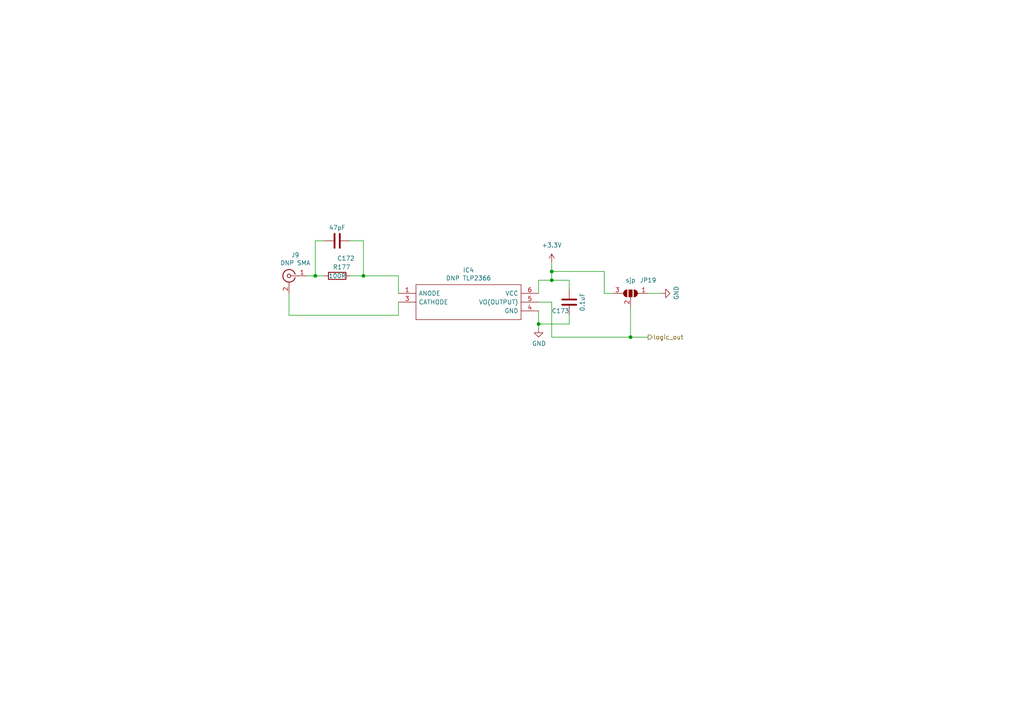
<source format=kicad_sch>
(kicad_sch (version 20211123) (generator eeschema)
  (paper "A4")
  (lib_symbols
    (symbol "Connector:Conn_Coaxial" (pin_names (offset 1.016) hide)
      (property "Reference" "J" (at 0.254 3.048 0))
      (property "Value" "Conn_Coaxial" (at 2.921 0 90))
      (symbol "Conn_Coaxial_0_1"
        (arc (start -1.778 -0.508) (mid 0.222 -1.808) (end 1.778 0) (stroke (width 0.254)))
        (polyline (pts (xy -2.54 0) (xy -0.508 0)))
        (polyline (pts (xy 0 -2.54) (xy 0 -1.778)))
        (circle (center 0 0) (radius 0.508) (stroke (width 0.2032)))
        (arc (start 1.778 0) (mid 0.222 1.8083) (end -1.778 0.508) (stroke (width 0.254)))
      )
      (symbol "Conn_Coaxial_1_1"
        (pin passive line (at -5.08 0 0) (length 2.54) (name "In") (number "1"))
        (pin passive line (at 0 -5.08 90) (length 2.54) (name "Ext") (number "2"))
      )
    )
    (symbol "Device:C" (pin_numbers hide) (pin_names (offset 0.254))
      (property "Reference" "C" (at 0.635 2.54 0))
      (property "Value" "C" (at 0.635 -2.54 0))
      (symbol "C_0_1"
        (polyline (pts (xy -2.032 -0.762) (xy 2.032 -0.762)) (stroke (width 0.508)))
        (polyline (pts (xy -2.032 0.762) (xy 2.032 0.762)) (stroke (width 0.508)))
      )
      (symbol "C_1_1"
        (pin passive line (at 0 3.81 270) (length 2.794) (name "~") (number "1"))
        (pin passive line (at 0 -3.81 90) (length 2.794) (name "~") (number "2"))
      )
    )
    (symbol "Device:R" (pin_numbers hide) (pin_names (offset 0))
      (property "Reference" "R" (at 2.032 0 90))
      (property "Value" "R" (at 0 0 90))
      (symbol "R_0_1"
        (rectangle (start -1.016 -2.54) (end 1.016 2.54) (stroke (width 0.254)))
      )
      (symbol "R_1_1"
        (pin passive line (at 0 3.81 270) (length 1.27) (name "~") (number "1"))
        (pin passive line (at 0 -3.81 90) (length 1.27) (name "~") (number "2"))
      )
    )
    (symbol "Jumper:SolderJumper_3_Open" (pin_names (offset 0) hide)
      (property "Reference" "JP" (at -2.54 -2.54 0))
      (property "Value" "SolderJumper_3_Open" (at 0 2.794 0))
      (symbol "SolderJumper_3_Open_0_1"
        (arc (start -1.016 1.016) (mid -2.032 0) (end -1.016 -1.016))
        (arc (start -1.016 1.016) (mid -2.032 0) (end -1.016 -1.016) (fill (type outline)))
        (rectangle (start -0.508 1.016) (end 0.508 -1.016) (fill (type outline)))
        (polyline (pts (xy -2.54 0) (xy -2.032 0)))
        (polyline (pts (xy -1.016 1.016) (xy -1.016 -1.016)))
        (polyline (pts (xy 0 -1.27) (xy 0 -1.016)))
        (polyline (pts (xy 1.016 1.016) (xy 1.016 -1.016)))
        (polyline (pts (xy 2.54 0) (xy 2.032 0)))
        (arc (start 1.016 -1.016) (mid 2.032 0) (end 1.016 1.016))
        (arc (start 1.016 -1.016) (mid 2.032 0) (end 1.016 1.016) (fill (type outline)))
      )
      (symbol "SolderJumper_3_Open_1_1"
        (pin passive line (at -5.08 0 0) (length 2.54) (name "A") (number "1"))
        (pin passive line (at 0 -3.81 90) (length 2.54) (name "C") (number "2"))
        (pin passive line (at 5.08 0 180) (length 2.54) (name "B") (number "3"))
      )
    )
    (symbol "SamacSys_Parts:TLP2366_TPL,E" (pin_names (offset 0.762))
      (property "Reference" "IC" (at 36.83 7.62 0))
      (property "Value" "TLP2366_TPL,E" (at 36.83 5.08 0))
      (symbol "TLP2366_TPL,E_0_0"
        (pin passive line (at 0 0 0) (length 5.08) (name "ANODE") (number "1"))
        (pin passive line (at 0 -2.54 0) (length 5.08) (name "CATHODE") (number "3"))
        (pin passive line (at 40.64 -5.08 180) (length 5.08) (name "GND") (number "4"))
        (pin passive line (at 40.64 -2.54 180) (length 5.08) (name "VO(OUTPUT)") (number "5"))
        (pin passive line (at 40.64 0 180) (length 5.08) (name "VCC") (number "6"))
      )
      (symbol "TLP2366_TPL,E_0_1"
        (polyline (pts (xy 5.08 2.54) (xy 35.56 2.54) (xy 35.56 -7.62) (xy 5.08 -7.62) (xy 5.08 2.54)) (stroke (width 0.1524)))
      )
    )
    (symbol "power:+3.3V" (power) (pin_names (offset 0))
      (property "Value" "+3.3V" (at 0 3.556 0))
      (symbol "+3.3V_0_1"
        (polyline (pts (xy -0.762 1.27) (xy 0 2.54)))
        (polyline (pts (xy 0 0) (xy 0 2.54)))
        (polyline (pts (xy 0 2.54) (xy 0.762 1.27)))
      )
      (symbol "+3.3V_1_1"
        (pin power_in line (at 0 0 90) (length 0) hide (name "+3.3V") (number "1"))
      )
    )
    (symbol "power:GND" (power) (pin_names (offset 0))
      (property "Value" "GND" (at 0 -3.81 0))
      (symbol "GND_0_1"
        (polyline (pts (xy 0 0) (xy 0 -1.27) (xy 1.27 -1.27) (xy 0 -2.54) (xy -1.27 -1.27) (xy 0 -1.27)))
      )
      (symbol "GND_1_1"
        (pin power_in line (at 0 0 270) (length 0) hide (name "GND") (number "1"))
      )
    )
  )
  (junction (at 105.41 80.01))
  (junction (at 91.44 80.01))
  (junction (at 156.21 93.98))
  (junction (at 182.88 97.79))
  (junction (at 160.02 81.28))
  (junction (at 160.02 78.74))
  (wire (pts (xy 83.82 85.09) (xy 83.82 91.44)))
  (wire (pts (xy 105.41 80.01) (xy 115.57 80.01)))
  (wire (pts (xy 175.26 78.74) (xy 175.26 85.09)))
  (wire (pts (xy 115.57 87.63) (xy 115.57 91.44)))
  (wire (pts (xy 115.57 80.01) (xy 115.57 85.09)))
  (wire (pts (xy 91.44 80.01) (xy 93.98 80.01)))
  (wire (pts (xy 160.02 97.79) (xy 182.88 97.79)))
  (wire (pts (xy 160.02 81.28) (xy 165.1 81.28)))
  (wire (pts (xy 182.88 88.9) (xy 182.88 97.79)))
  (wire (pts (xy 101.6 80.01) (xy 105.41 80.01)))
  (wire (pts (xy 165.1 93.98) (xy 165.1 91.44)))
  (wire (pts (xy 175.26 85.09) (xy 177.8 85.09)))
  (wire (pts (xy 156.21 95.25) (xy 156.21 93.98)))
  (wire (pts (xy 160.02 76.2) (xy 160.02 78.74)))
  (wire (pts (xy 191.77 85.09) (xy 187.96 85.09)))
  (wire (pts (xy 93.98 69.85) (xy 91.44 69.85)))
  (wire (pts (xy 83.82 91.44) (xy 115.57 91.44)))
  (wire (pts (xy 88.9 80.01) (xy 91.44 80.01)))
  (wire (pts (xy 160.02 78.74) (xy 160.02 81.28)))
  (wire (pts (xy 91.44 69.85) (xy 91.44 80.01)))
  (wire (pts (xy 160.02 87.63) (xy 160.02 97.79)))
  (wire (pts (xy 156.21 81.28) (xy 160.02 81.28)))
  (wire (pts (xy 105.41 69.85) (xy 105.41 80.01)))
  (wire (pts (xy 187.96 97.79) (xy 182.88 97.79)))
  (wire (pts (xy 156.21 87.63) (xy 160.02 87.63)))
  (wire (pts (xy 101.6 69.85) (xy 105.41 69.85)))
  (wire (pts (xy 156.21 90.17) (xy 156.21 93.98)))
  (wire (pts (xy 156.21 93.98) (xy 165.1 93.98)))
  (wire (pts (xy 156.21 85.09) (xy 156.21 81.28)))
  (wire (pts (xy 165.1 81.28) (xy 165.1 83.82)))
  (wire (pts (xy 160.02 78.74) (xy 175.26 78.74)))
  (hierarchical_label "logic_out" (shape output) (at 187.96 97.79 0))
  (symbol (lib_id "power:GND") (at 156.21 95.25 0) (unit 1)
    (property "Reference" "#PWR0261" (effects hide))
    (property "Value" "GND" (at 156.337 99.6442 0))
  )
  (symbol (lib_id "power:+3.3V") (at 160.02 76.2 0) (unit 1)
    (property "Reference" "#PWR0282" (effects hide))
    (property "Value" "+3.3V" (at 160.02 71.12 0))
  )
  (symbol (lib_id "Connector:Conn_Coaxial") (at 83.82 80.01 0) (mirror y) (unit 1)
    (property "Reference" "J9" (at 85.6488 73.9648 0))
    (property "Value" "DNP SMA" (at 85.6488 76.2762 0))
    (property "Footprint" "Connector_Coaxial:SMA_Amphenol_132134_Vertical" (effects hide))
    (property "Datasheet" " ~" (effects hide))
  )
  (symbol (lib_id "Device:R") (at 97.79 80.01 270) (unit 1)
    (property "Reference" "R177" (at 96.52 77.47 90) (effects (justify left)))
    (property "Value" "100R" (at 95.25 80.01 90) (effects (justify left)))
    (property "Footprint" "Resistor_SMD:R_0805_2012Metric_Pad1.20x1.40mm_HandSolder" (effects hide))
  )
  (symbol (lib_id "power:GND") (at 191.77 85.09 90) (unit 1)
    (property "Reference" "#PWR0262" (effects hide))
    (property "Value" "GND" (at 196.1642 84.963 0))
  )
  (symbol (lib_id "Device:C") (at 165.1 87.63 180) (unit 1)
    (property "Reference" "C173" (at 162.56 90.17 0))
    (property "Value" "0.1uF" (at 168.91 87.63 90))
    (property "Footprint" "Capacitor_SMD:C_0805_2012Metric" (effects hide))
  )
  (symbol (lib_id "Jumper:SolderJumper_3_Open") (at 182.88 85.09 0) (mirror y) (unit 1)
    (property "Reference" "JP19" (at 187.96 81.28 0))
    (property "Value" "sjp" (at 182.88 81.28 0))
    (property "Footprint" "Jumper:SolderJumper-3_P1.3mm_Open_RoundedPad1.0x1.5mm" (effects hide))
  )
  (symbol (lib_id "Device:C") (at 97.79 69.85 270) (unit 1)
    (property "Reference" "C172" (at 100.33 74.93 90))
    (property "Value" "47pF" (at 97.79 66.04 90))
    (property "Footprint" "Capacitor_SMD:C_0603_1608Metric_Pad1.08x0.95mm_HandSolder" (effects hide))
  )
  (symbol (lib_id "SamacSys_Parts:TLP2366_TPL,E") (at 115.57 85.09 0) (unit 1)
    (property "Reference" "IC4" (at 135.89 78.359 0))
    (property "Value" "DNP TLP2366" (at 135.89 80.6704 0))
    (property "Footprint" "SamacSys_Parts:TLP2366TPLE" (effects hide))
    (property "Datasheet" "https://toshiba.semicon-storage.com/info/docget.jsp?did=8527&prodName=TLP2366" (effects hide))
    (property "Description" "High Speed Optocouplers X36 PBF Photocouplr HiTemp 125 degC Oper" (effects hide))
    (property "Height" "2.3" (effects hide))
    (property "Mouser Part Number" "757-TLP2366(TPLE" (effects hide))
    (property "Mouser Price/Stock" "https://www.mouser.co.uk/ProductDetail/Toshiba/TLP2366TPLE?qs=HVbQlW5zcXU%252BlU4Bhwc%252BRA%3D%3D" (effects hide))
    (property "Manufacturer_Name" "Toshiba" (effects hide))
    (property "Manufacturer_Part_Number" "TLP2366(TPL,E" (effects hide))
  )
)
</source>
